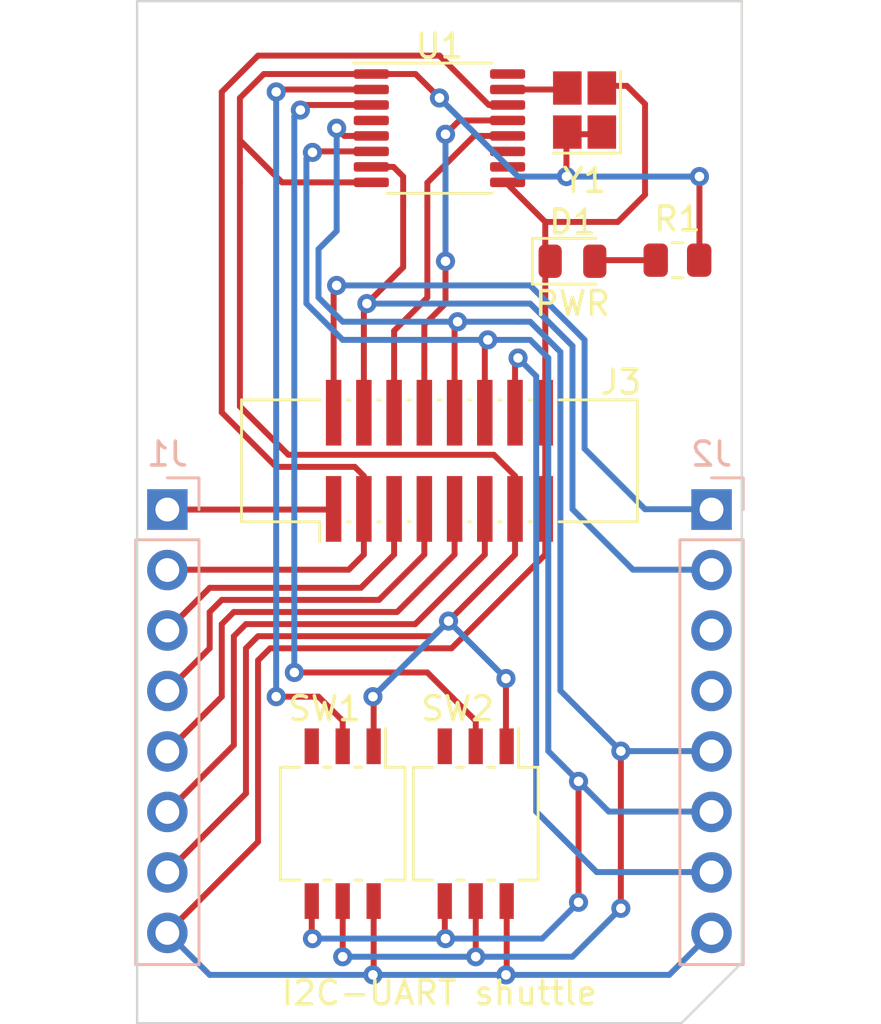
<source format=kicad_pcb>
(kicad_pcb (version 20211014) (generator pcbnew)
  (layers (0 "F.Cu" signal) (31 "B.Cu" signal) (34 "B.Paste" user) (35 "F.Paste" user) (36 "B.SilkS" user "B.Silkscreen") (37 "F.SilkS" user "F.Silkscreen") (38 "B.Mask" user) (39 "F.Mask" user) (44 "Edge.Cuts" user))
  (net 0 "")
  (net 1 "/GND")
  (net 2 "/AN")
  (net 3 "/RST")
  (net 4 "/CS")
  (net 5 "/SCK")
  (net 6 "/SDO")
  (net 7 "/SDI")
  (net 8 "/3V3")
  (net 9 "/PWM")
  (net 10 "/INT")
  (net 11 "/TX")
  (net 12 "/RX")
  (net 13 "/SCL")
  (net 14 "/SDA")
  (net 15 "/5V")
  (net 20 "Net-(SW1-PadC)")
  (net 22 "Net-(SW2-PadC)")
  (net 24 "Net-(U1-Pad15)")
  (net 25 "/isolatedTX")
  (net 26 "/isolatedRX")
  (net 27 "Net-(D1-Pad2)")
  (footprint "Button_Switch_SMD_Custom:Nidec_Copal_CS-4-14NB" (layer "F.Cu") (at 39.624 74.168 -90)
    (fp_text reference "SW2" (at -4.826 0.762) (layer "F.SilkS"))
    (fp_text value "SW_Rotary4")
    (fp_line (start -2.37 -1.8) (end -4 -1.8) (layer "F.SilkS") (width 0.12))
    (fp_line (start -2.37 -1.8) (end -2.37 -2.62) (layer "F.SilkS") (width 0.12))
    (fp_line (start 2.37 -1.8) (end 2.37 -2.62) (layer "F.SilkS") (width 0.12))
    (fp_line (start 2.37 2.62) (end 2.37 1.8) (layer "F.SilkS") (width 0.12))
    (fp_line (start 2.37 2.62) (end -2.37 2.62) (layer "F.SilkS") (width 0.12))
    (fp_line (start -2.37 0.8) (end -2.37 0.5) (layer "F.SilkS") (width 0.12))
    (fp_line (start -2.37 2.62) (end -2.37 1.8) (layer "F.SilkS") (width 0.12))
    (fp_line (start 2.37 -2.62) (end -2.37 -2.62) (layer "F.SilkS") (width 0.12))
    (fp_line (start 2.37 -0.5) (end 2.37 -0.8) (layer "F.SilkS") (width 0.12))
    (fp_line (start 2.37 0.8) (end 2.37 0.5) (layer "F.SilkS") (width 0.12))
    (fp_line (start -2.37 -0.5) (end -2.37 -0.8) (layer "F.SilkS") (width 0.12))
    (pad "1" smd rect (at -3.25 -1.3 90) (size 1.5 0.6) (layers "F.Cu" "F.Paste" "F.Mask") (net 8 "/3V3"))
    (pad "2" smd rect (at 3.25 -1.3 90) (size 1.5 0.6) (layers "F.Cu" "F.Paste" "F.Mask") (net 1 "/GND"))
    (pad "3" smd rect (at 3.25 0 90) (size 1.5 0.6) (layers "F.Cu" "F.Paste" "F.Mask") (net 13 "/SCL"))
    (pad "4" smd rect (at 3.25 1.3 90) (size 1.5 0.6) (layers "F.Cu" "F.Paste" "F.Mask") (net 14 "/SDA"))
    (pad "C" smd rect (at -3.25 0 90) (size 1.5 0.6) (layers "F.Cu" "F.Paste" "F.Mask") (net 22 "Net-(SW2-PadC)"))
    (pad "NC" smd rect (at -3.25 1.3 90) (size 1.5 0.6) (layers "F.Cu" "F.Paste" "F.Mask"))
  )
  (footprint "Button_Switch_SMD_Custom:Nidec_Copal_CS-4-14NB" (layer "F.Cu") (at 34.036 74.168 -90)
    (fp_text reference "SW1" (at -4.826 0.762) (layer "F.SilkS"))
    (fp_text value "SW_Rotary4")
    (fp_line (start 2.37 2.62) (end 2.37 1.8) (layer "F.SilkS") (width 0.12))
    (fp_line (start -2.37 0.8) (end -2.37 0.5) (layer "F.SilkS") (width 0.12))
    (fp_line (start -2.37 -1.8) (end -2.37 -2.62) (layer "F.SilkS") (width 0.12))
    (fp_line (start 2.37 -2.62) (end -2.37 -2.62) (layer "F.SilkS") (width 0.12))
    (fp_line (start 2.37 2.62) (end -2.37 2.62) (layer "F.SilkS") (width 0.12))
    (fp_line (start 2.37 -0.5) (end 2.37 -0.8) (layer "F.SilkS") (width 0.12))
    (fp_line (start -2.37 2.62) (end -2.37 1.8) (layer "F.SilkS") (width 0.12))
    (fp_line (start -2.37 -0.5) (end -2.37 -0.8) (layer "F.SilkS") (width 0.12))
    (fp_line (start -2.37 -1.8) (end -4 -1.8) (layer "F.SilkS") (width 0.12))
    (fp_line (start 2.37 0.8) (end 2.37 0.5) (layer "F.SilkS") (width 0.12))
    (fp_line (start 2.37 -1.8) (end 2.37 -2.62) (layer "F.SilkS") (width 0.12))
    (pad "1" smd rect (at -3.25 -1.3 90) (size 1.5 0.6) (layers "F.Cu" "F.Paste" "F.Mask") (net 8 "/3V3"))
    (pad "2" smd rect (at 3.25 -1.3 90) (size 1.5 0.6) (layers "F.Cu" "F.Paste" "F.Mask") (net 1 "/GND"))
    (pad "3" smd rect (at 3.25 0 90) (size 1.5 0.6) (layers "F.Cu" "F.Paste" "F.Mask") (net 13 "/SCL"))
    (pad "4" smd rect (at 3.25 1.3 90) (size 1.5 0.6) (layers "F.Cu" "F.Paste" "F.Mask") (net 14 "/SDA"))
    (pad "C" smd rect (at -3.25 0 90) (size 1.5 0.6) (layers "F.Cu" "F.Paste" "F.Mask") (net 20 "Net-(SW1-PadC)"))
    (pad "NC" smd rect (at -3.25 1.3 90) (size 1.5 0.6) (layers "F.Cu" "F.Paste" "F.Mask"))
  )
  (footprint "Package_SO:TSSOP-16_4.4x5mm_P0.65mm" (layer "F.Cu") (at 38.1 44.958)
    (fp_text reference "U1" (at 0 -3.45) (layer "F.SilkS"))
    (fp_text value "SC16IS740IPW")
    (fp_line (start 0 2.735) (end 2.2 2.735) (layer "F.SilkS") (width 0.12))
    (fp_line (start 0 -2.735) (end 2.2 -2.735) (layer "F.SilkS") (width 0.12))
    (fp_line (start 0 2.735) (end -2.2 2.735) (layer "F.SilkS") (width 0.12))
    (fp_line (start 0 -2.735) (end -3.6 -2.735) (layer "F.SilkS") (width 0.12))
    (pad "1" smd roundrect (at -2.8625 -2.275) (size 1.475 0.4) (layers "F.Cu" "F.Paste" "F.Mask") (net 8 "/3V3"))
    (pad "2" smd roundrect (at -2.8625 -1.625) (size 1.475 0.4) (layers "F.Cu" "F.Paste" "F.Mask") (net 20 "Net-(SW1-PadC)"))
    (pad "3" smd roundrect (at -2.8625 -0.975) (size 1.475 0.4) (layers "F.Cu" "F.Paste" "F.Mask") (net 22 "Net-(SW2-PadC)"))
    (pad "4" smd roundrect (at -2.8625 -0.325) (size 1.475 0.4) (layers "F.Cu" "F.Paste" "F.Mask"))
    (pad "5" smd roundrect (at -2.8625 0.325) (size 1.475 0.4) (layers "F.Cu" "F.Paste" "F.Mask") (net 13 "/SCL"))
    (pad "6" smd roundrect (at -2.8625 0.975) (size 1.475 0.4) (layers "F.Cu" "F.Paste" "F.Mask") (net 14 "/SDA"))
    (pad "7" smd roundrect (at -2.8625 1.625) (size 1.475 0.4) (layers "F.Cu" "F.Paste" "F.Mask") (net 10 "/INT"))
    (pad "8" smd roundrect (at -2.8625 2.275) (size 1.475 0.4) (layers "F.Cu" "F.Paste" "F.Mask") (net 8 "/3V3"))
    (pad "9" smd roundrect (at 2.8625 2.275) (size 1.475 0.4) (layers "F.Cu" "F.Paste" "F.Mask") (net 1 "/GND"))
    (pad "10" smd roundrect (at 2.8625 1.625) (size 1.475 0.4) (layers "F.Cu" "F.Paste" "F.Mask"))
    (pad "11" smd roundrect (at 2.8625 0.975) (size 1.475 0.4) (layers "F.Cu" "F.Paste" "F.Mask"))
    (pad "12" smd roundrect (at 2.8625 0.325) (size 1.475 0.4) (layers "F.Cu" "F.Paste" "F.Mask") (net 11 "/TX"))
    (pad "13" smd roundrect (at 2.8625 -0.325) (size 1.475 0.4) (layers "F.Cu" "F.Paste" "F.Mask") (net 12 "/RX"))
    (pad "14" smd roundrect (at 2.8625 -0.975) (size 1.475 0.4) (layers "F.Cu" "F.Paste" "F.Mask") (net 3 "/RST"))
    (pad "15" smd roundrect (at 2.8625 -1.625) (size 1.475 0.4) (layers "F.Cu" "F.Paste" "F.Mask") (net 24 "Net-(U1-Pad15)"))
    (pad "16" smd roundrect (at 2.8625 -2.275) (size 1.475 0.4) (layers "F.Cu" "F.Paste" "F.Mask"))
  )
  (footprint "Resistor_SMD:R_0805_2012Metric" (layer "F.Cu") (at 48.098 50.501 180)
    (fp_text reference "R1" (at 0 1.733) (layer "F.SilkS"))
    (fp_text value "470Ω")
    (fp_line (start -0.227064 0.735) (end 0.227064 0.735) (layer "F.SilkS") (width 0.12))
    (fp_line (start -0.227064 -0.735) (end 0.227064 -0.735) (layer "F.SilkS") (width 0.12))
    (pad "1" smd roundrect (at -0.9125 0 180) (size 1.025 1.4) (layers "F.Cu" "F.Paste" "F.Mask") (roundrect_rratio 0.243902) (net 8 "/3V3"))
    (pad "2" smd roundrect (at 0.9125 0 180) (size 1.025 1.4) (layers "F.Cu" "F.Paste" "F.Mask") (roundrect_rratio 0.243902) (net 27 "Net-(D1-Pad2)"))
  )
  (footprint "LED_SMD:LED_0805_2012Metric" (layer "F.Cu") (at 43.688 50.546)
    (fp_text reference "D1" (at 0 -1.65) (layer "F.SilkS"))
    (fp_text value "LED")
    (fp_line (start -1.685 0.96) (end 1 0.96) (layer "F.SilkS") (width 0.12))
    (fp_line (start 1 -0.96) (end -1.685 -0.96) (layer "F.SilkS") (width 0.12))
    (fp_line (start -1.685 -0.96) (end -1.685 0.96) (layer "F.SilkS") (width 0.12))
    (pad "1" smd roundrect (at -0.9375 0) (size 0.975 1.4) (layers "F.Cu" "F.Paste" "F.Mask") (net 1 "/GND"))
    (pad "2" smd roundrect (at 0.9375 0) (size 0.975 1.4) (layers "F.Cu" "F.Paste" "F.Mask") (net 27 "Net-(D1-Pad2)"))
  )
  (footprint "Oscillator_SMD_ECS:Oscillator_SMD_ECS_3225MV-xxx-xx-4Pin_3.2x2.5mm" (layer "F.Cu") (at 44.196 44.196 180)
    (fp_text reference "Y1" (at 0 -2.955 180) (layer "F.SilkS"))
    (fp_text value "1.8432MHz")
    (fp_line (start -1.51 1.625) (end -1.51 -1.81) (layer "F.SilkS") (width 0.12))
    (fp_line (start 1.325 -1.81) (end -1.51 -1.81) (layer "F.SilkS") (width 0.12))
    (pad "1" smd rect (at -0.725 -0.925 180) (size 1.2 1.4) (layers "F.Cu" "F.Paste" "F.Mask") (net 8 "/3V3"))
    (pad "2" smd rect (at -0.725 0.925 180) (size 1.2 1.4) (layers "F.Cu" "F.Paste" "F.Mask") (net 1 "/GND"))
    (pad "3" smd rect (at 0.725 0.925 180) (size 1.2 1.4) (layers "F.Cu" "F.Paste" "F.Mask") (net 24 "Net-(U1-Pad15)"))
    (pad "4" smd rect (at 0.725 -0.925 180) (size 1.2 1.4) (layers "F.Cu" "F.Paste" "F.Mask") (net 8 "/3V3"))
  )
  (footprint "Connector_PinHeader_1.27mm_LowProfile:CNC_3221-16-0300-00" (layer "F.Cu") (at 38.1 58.928)
    (fp_text reference "J3" (at 7.62 -3.302 unlocked) (layer "F.SilkS"))
    (fp_text value "Conn_02x08_Odd_Even")
    (fp_line (start 5.03 -2.56) (end 8.315 -2.56) (layer "F.SilkS") (width 0.12))
    (fp_line (start 3.76 -2.56) (end 3.86 -2.56) (layer "F.SilkS") (width 0.12))
    (fp_line (start -8.315 2.56) (end -5.03 2.56) (layer "F.SilkS") (width 0.12))
    (fp_line (start 3.76 2.56) (end 3.86 2.56) (layer "F.SilkS") (width 0.12))
    (fp_line (start -5.03 2.56) (end -5.03 3.4) (layer "F.SilkS") (width 0.12))
    (fp_line (start 1.22 -2.56) (end 1.32 -2.56) (layer "F.SilkS") (width 0.12))
    (fp_line (start 2.49 2.56) (end 2.59 2.56) (layer "F.SilkS") (width 0.12))
    (fp_line (start 2.49 -2.56) (end 2.59 -2.56) (layer "F.SilkS") (width 0.12))
    (fp_line (start -1.32 -2.56) (end -1.22 -2.56) (layer "F.SilkS") (width 0.12))
    (fp_line (start -8.315 -2.56) (end -5.03 -2.56) (layer "F.SilkS") (width 0.12))
    (fp_line (start -2.59 2.56) (end -2.49 2.56) (layer "F.SilkS") (width 0.12))
    (fp_line (start -3.86 -2.56) (end -3.76 -2.56) (layer "F.SilkS") (width 0.12))
    (fp_line (start 8.315 -2.56) (end 8.315 2.56) (layer "F.SilkS") (width 0.12))
    (fp_line (start 5.03 2.56) (end 8.315 2.56) (layer "F.SilkS") (width 0.12))
    (fp_line (start 1.22 2.56) (end 1.32 2.56) (layer "F.SilkS") (width 0.12))
    (fp_line (start -0.05 -2.56) (end 0.05 -2.56) (layer "F.SilkS") (width 0.12))
    (fp_line (start -3.86 2.56) (end -3.76 2.56) (layer "F.SilkS") (width 0.12))
    (fp_line (start -8.315 -2.56) (end -8.315 2.56) (layer "F.SilkS") (width 0.12))
    (fp_line (start -1.32 2.56) (end -1.22 2.56) (layer "F.SilkS") (width 0.12))
    (fp_line (start -2.59 -2.56) (end -2.49 -2.56) (layer "F.SilkS") (width 0.12))
    (pad "1" smd rect (at -4.445 2.02) (size 0.65 2.76) (layers "F.Cu" "F.Paste" "F.Mask") (net 2 "/AN"))
    (pad "2" smd rect (at -4.445 -2.02) (size 0.65 2.76) (layers "F.Cu" "F.Paste" "F.Mask") (net 9 "/PWM"))
    (pad "3" smd rect (at -3.175 2.02) (size 0.65 2.76) (layers "F.Cu" "F.Paste" "F.Mask") (net 3 "/RST"))
    (pad "4" smd rect (at -3.175 -2.02) (size 0.65 2.76) (layers "F.Cu" "F.Paste" "F.Mask") (net 10 "/INT"))
    (pad "5" smd rect (at -1.905 2.02) (size 0.65 2.76) (layers "F.Cu" "F.Paste" "F.Mask") (net 4 "/CS"))
    (pad "6" smd rect (at -1.905 -2.02) (size 0.65 2.76) (layers "F.Cu" "F.Paste" "F.Mask") (net 11 "/TX"))
    (pad "7" smd rect (at -0.635 2.02) (size 0.65 2.76) (layers "F.Cu" "F.Paste" "F.Mask") (net 5 "/SCK"))
    (pad "8" smd rect (at -0.635 -2.02) (size 0.65 2.76) (layers "F.Cu" "F.Paste" "F.Mask") (net 12 "/RX"))
    (pad "9" smd rect (at 0.635 2.02) (size 0.65 2.76) (layers "F.Cu" "F.Paste" "F.Mask") (net 6 "/SDO"))
    (pad "10" smd rect (at 0.635 -2.02) (size 0.65 2.76) (layers "F.Cu" "F.Paste" "F.Mask") (net 13 "/SCL"))
    (pad "11" smd rect (at 1.905 2.02) (size 0.65 2.76) (layers "F.Cu" "F.Paste" "F.Mask") (net 7 "/SDI"))
    (pad "12" smd rect (at 1.905 -2.02) (size 0.65 2.76) (layers "F.Cu" "F.Paste" "F.Mask") (net 14 "/SDA"))
    (pad "13" smd rect (at 3.175 2.02) (size 0.65 2.76) (layers "F.Cu" "F.Paste" "F.Mask") (net 8 "/3V3"))
    (pad "14" smd rect (at 3.175 -2.02) (size 0.65 2.76) (layers "F.Cu" "F.Paste" "F.Mask") (net 15 "/5V"))
    (pad "15" smd rect (at 4.445 2.02) (size 0.65 2.76) (layers "F.Cu" "F.Paste" "F.Mask") (net 1 "/GND"))
    (pad "16" smd rect (at 4.445 -2.02) (size 0.65 2.76) (layers "F.Cu" "F.Paste" "F.Mask") (net 1 "/GND"))
  )
  (footprint "Connector_PinHeader_2.54mm:PinHeader_1x08_P2.54mm_Vertical" (layer "B.Cu") (at 49.53 60.975011 180)
    (fp_text reference "J2" (at 0 2.33) (layer "B.SilkS") (effects (justify mirror)))
    (fp_text value "mikroBUS_Board_R")
    (fp_line (start -1.33 -1.27) (end 1.33 -1.27) (layer "B.SilkS") (width 0.12))
    (fp_line (start -1.33 0) (end -1.33 1.33) (layer "B.SilkS") (width 0.12))
    (fp_line (start -1.33 -1.27) (end -1.33 -19.11) (layer "B.SilkS") (width 0.12))
    (fp_line (start -1.33 1.33) (end 0 1.33) (layer "B.SilkS") (width 0.12))
    (fp_line (start 1.33 -1.27) (end 1.33 -19.11) (layer "B.SilkS") (width 0.12))
    (fp_line (start -1.33 -19.11) (end 1.33 -19.11) (layer "B.SilkS") (width 0.12))
    (pad "1" thru_hole rect (at 0 0 180) (size 1.7 1.7) (drill 1) (layers *.Cu *.Mask) (net 9 "/PWM"))
    (pad "2" thru_hole oval (at 0 -2.54 180) (size 1.7 1.7) (drill 1) (layers *.Cu *.Mask) (net 10 "/INT"))
    (pad "3" thru_hole oval (at 0 -5.08 180) (size 1.7 1.7) (drill 1) (layers *.Cu *.Mask) (net 25 "/isolatedTX"))
    (pad "4" thru_hole oval (at 0 -7.62 180) (size 1.7 1.7) (drill 1) (layers *.Cu *.Mask) (net 26 "/isolatedRX"))
    (pad "5" thru_hole oval (at 0 -10.16 180) (size 1.7 1.7) (drill 1) (layers *.Cu *.Mask) (net 13 "/SCL"))
    (pad "6" thru_hole oval (at 0 -12.7 180) (size 1.7 1.7) (drill 1) (layers *.Cu *.Mask) (net 14 "/SDA"))
    (pad "7" thru_hole oval (at 0 -15.24 180) (size 1.7 1.7) (drill 1) (layers *.Cu *.Mask) (net 15 "/5V"))
    (pad "8" thru_hole oval (at 0 -17.78 180) (size 1.7 1.7) (drill 1) (layers *.Cu *.Mask) (net 1 "/GND"))
  )
  (footprint "Connector_PinHeader_2.54mm:PinHeader_1x08_P2.54mm_Vertical" (layer "B.Cu") (at 26.67 60.975011 180)
    (fp_text reference "J1" (at 0 2.33) (layer "B.SilkS") (effects (justify mirror)))
    (fp_text value "mikroBUS_Board_L")
    (fp_line (start -1.33 1.33) (end 0 1.33) (layer "B.SilkS") (width 0.12))
    (fp_line (start 1.33 -1.27) (end 1.33 -19.11) (layer "B.SilkS") (width 0.12))
    (fp_line (start -1.33 -19.11) (end 1.33 -19.11) (layer "B.SilkS") (width 0.12))
    (fp_line (start -1.33 -1.27) (end -1.33 -19.11) (layer "B.SilkS") (width 0.12))
    (fp_line (start -1.33 0) (end -1.33 1.33) (layer "B.SilkS") (width 0.12))
    (fp_line (start -1.33 -1.27) (end 1.33 -1.27) (layer "B.SilkS") (width 0.12))
    (pad "1" thru_hole rect (at 0 0 180) (size 1.7 1.7) (drill 1) (layers *.Cu *.Mask) (net 2 "/AN"))
    (pad "2" thru_hole oval (at 0 -2.54 180) (size 1.7 1.7) (drill 1) (layers *.Cu *.Mask) (net 3 "/RST"))
    (pad "3" thru_hole oval (at 0 -5.08 180) (size 1.7 1.7) (drill 1) (layers *.Cu *.Mask) (net 4 "/CS"))
    (pad "4" thru_hole oval (at 0 -7.62 180) (size 1.7 1.7) (drill 1) (layers *.Cu *.Mask) (net 5 "/SCK"))
    (pad "5" thru_hole oval (at 0 -10.16 180) (size 1.7 1.7) (drill 1) (layers *.Cu *.Mask) (net 6 "/SDO"))
    (pad "6" thru_hole oval (at 0 -12.7 180) (size 1.7 1.7) (drill 1) (layers *.Cu *.Mask) (net 7 "/SDI"))
    (pad "7" thru_hole oval (at 0 -15.24 180) (size 1.7 1.7) (drill 1) (layers *.Cu *.Mask) (net 8 "/3V3"))
    (pad "8" thru_hole oval (at 0 -17.78 180) (size 1.7 1.7) (drill 1) (layers *.Cu *.Mask) (net 1 "/GND"))
  )
  (gr_line (start 25.4 39.624) (end 25.4 82.55) (layer "Edge.Cuts") (width 0.1))
  (gr_line (start 25.4 39.624) (end 50.8 39.624) (layer "Edge.Cuts") (width 0.1))
  (gr_line (start 48.26 82.55) (end 50.8 80.01) (layer "Edge.Cuts") (width 0.1))
  (gr_line (start 50.8 39.624) (end 50.8 80.01) (layer "Edge.Cuts") (width 0.1))
  (gr_line (start 25.4 82.55) (end 48.26 82.55) (layer "Edge.Cuts") (width 0.1))
  (gr_text "I2C-UART shuttle" (at 38.1 81.28) (layer "F.SilkS") (effects (font (size 1 1))))
  (gr_text "PWR" (at 43.688 52.324) (layer "F.SilkS") (effects (font (size 1 1))))
  (segment (start 42.545 56.92) (end 42.545 60.833) (width 0.25) (layer "F.Cu") (net 1))
  (segment (start 38.608 66.802) (end 30.988 66.802) (width 0.25) (layer "F.Cu") (net 1))
  (segment (start 30.48 74.93) (end 26.67 78.74) (width 0.25) (layer "F.Cu") (net 1))
  (segment (start 35.336 77.672) (end 35.336 80.488) (width 0.25) (layer "F.Cu") (net 1))
  (segment (start 40.924 77.672) (end 40.924 80.488) (width 0.25) (layer "F.Cu") (net 1))
  (segment (start 42.545 48.895) (end 42.545 56.92) (width 0.25) (layer "F.Cu") (net 1))
  (segment (start 40.924 80.488) (end 40.894 80.518) (width 0.25) (layer "F.Cu") (net 1))
  (segment (start 45.593 48.895) (end 46.736 47.752) (width 0.25) (layer "F.Cu") (net 1))
  (segment (start 42.545 48.895) (end 45.593 48.895) (width 0.25) (layer "F.Cu") (net 1))
  (segment (start 42.545 48.895) (end 40.894 47.244) (width 0.25) (layer "F.Cu") (net 1))
  (segment (start 42.545 60.833) (end 42.672 60.96) (width 0.25) (layer "F.Cu") (net 1))
  (segment (start 30.988 66.802) (end 30.48 67.31) (width 0.25) (layer "F.Cu") (net 1))
  (segment (start 42.545 60.96) (end 42.545 62.865) (width 0.25) (layer "F.Cu") (net 1))
  (segment (start 42.545 62.865) (end 38.608 66.802) (width 0.25) (layer "F.Cu") (net 1))
  (segment (start 45.974 43.18) (end 44.704 43.18) (width 0.25) (layer "F.Cu") (net 1))
  (segment (start 30.48 67.31) (end 30.48 74.93) (width 0.25) (layer "F.Cu") (net 1))
  (segment (start 46.736 43.942) (end 45.974 43.18) (width 0.25) (layer "F.Cu") (net 1))
  (segment (start 46.736 47.752) (end 46.736 43.942) (width 0.25) (layer "F.Cu") (net 1))
  (segment (start 35.336 80.488) (end 35.306 80.518) (width 0.25) (layer "F.Cu") (net 1))
  (via (at 40.894 80.518) (size 0.8) (drill 0.4) (layers "F.Cu" "B.Cu") (net 1))
  (via (at 35.306 80.518) (size 0.8) (drill 0.4) (layers "F.Cu" "B.Cu") (net 1))
  (segment (start 35.306 80.518) (end 40.894 80.518) (width 0.25) (layer "B.Cu") (net 1))
  (segment (start 40.894 80.518) (end 47.752 80.518) (width 0.25) (layer "B.Cu") (net 1))
  (segment (start 26.685011 78.755011) (end 26.67 78.74) (width 0.25) (layer "B.Cu") (net 1))
  (segment (start 47.752 80.518) (end 49.53 78.74) (width 0.25) (layer "B.Cu") (net 1))
  (segment (start 26.685011 78.755011) (end 28.448 80.518) (width 0.25) (layer "B.Cu") (net 1))
  (segment (start 28.448 80.518) (end 35.306 80.518) (width 0.25) (layer "B.Cu") (net 1))
  (segment (start 26.67 78.755011) (end 26.685011 78.755011) (width 0.25) (layer "B.Cu") (net 1))
  (segment (start 33.512989 60.975011) (end 33.528 60.96) (width 0.25) (layer "F.Cu") (net 2))
  (segment (start 26.67 60.975011) (end 33.512989 60.975011) (width 0.25) (layer "F.Cu") (net 2))
  (segment (start 34.925 59.563) (end 34.925 60.96) (width 0.25) (layer "F.Cu") (net 3))
  (segment (start 38.1 41.91) (end 30.48 41.91) (width 0.25) (layer "F.Cu") (net 3))
  (segment (start 40.9625 43.983) (end 40.173 43.983) (width 0.25) (layer "F.Cu") (net 3))
  (segment (start 40.173 43.983) (end 38.1 41.91) (width 0.25) (layer "F.Cu") (net 3))
  (segment (start 34.925 62.865) (end 34.29 63.5) (width 0.25) (layer "F.Cu") (net 3))
  (segment (start 34.544 59.182) (end 34.925 59.563) (width 0.25) (layer "F.Cu") (net 3))
  (segment (start 34.925 60.96) (end 34.925 62.865) (width 0.25) (layer "F.Cu") (net 3))
  (segment (start 28.956 43.434) (end 28.956 56.896) (width 0.25) (layer "F.Cu") (net 3))
  (segment (start 31.242 59.182) (end 34.544 59.182) (width 0.25) (layer "F.Cu") (net 3))
  (segment (start 28.956 56.896) (end 31.242 59.182) (width 0.25) (layer "F.Cu") (net 3))
  (segment (start 30.48 41.91) (end 28.956 43.434) (width 0.25) (layer "F.Cu") (net 3))
  (segment (start 34.29 63.5) (end 26.67 63.5) (width 0.25) (layer "F.Cu") (net 3))
  (segment (start 28.448 64.262) (end 26.67 66.04) (width 0.25) (layer "F.Cu") (net 4))
  (segment (start 36.195 62.865) (end 34.798 64.262) (width 0.25) (layer "F.Cu") (net 4))
  (segment (start 34.798 64.262) (end 28.448 64.262) (width 0.25) (layer "F.Cu") (net 4))
  (segment (start 36.195 60.96) (end 36.195 62.865) (width 0.25) (layer "F.Cu") (net 4))
  (segment (start 28.448 66.802) (end 26.67 68.58) (width 0.25) (layer "F.Cu") (net 5))
  (segment (start 37.465 60.96) (end 37.465 62.865) (width 0.25) (layer "F.Cu") (net 5))
  (segment (start 35.56 64.77) (end 34.798 64.77) (width 0.25) (layer "F.Cu") (net 5))
  (segment (start 28.956 64.77) (end 28.448 65.278) (width 0.25) (layer "F.Cu") (net 5))
  (segment (start 34.798 64.77) (end 28.956 64.77) (width 0.25) (layer "F.Cu") (net 5))
  (segment (start 37.465 62.865) (end 35.56 64.77) (width 0.25) (layer "F.Cu") (net 5))
  (segment (start 28.448 65.278) (end 28.448 66.802) (width 0.25) (layer "F.Cu") (net 5))
  (segment (start 28.956 68.834) (end 28.956 65.786) (width 0.25) (layer "F.Cu") (net 6))
  (segment (start 29.464 65.278) (end 36.322 65.278) (width 0.25) (layer "F.Cu") (net 6))
  (segment (start 38.735 62.865) (end 38.735 60.96) (width 0.25) (layer "F.Cu") (net 6))
  (segment (start 26.67 71.12) (end 28.956 68.834) (width 0.25) (layer "F.Cu") (net 6))
  (segment (start 36.322 65.278) (end 38.735 62.865) (width 0.25) (layer "F.Cu") (net 6))
  (segment (start 28.956 65.786) (end 29.464 65.278) (width 0.25) (layer "F.Cu") (net 6))
  (segment (start 29.972 65.786) (end 29.464 66.294) (width 0.25) (layer "F.Cu") (net 7))
  (segment (start 40.005 62.865) (end 37.084 65.786) (width 0.25) (layer "F.Cu") (net 7))
  (segment (start 37.084 65.786) (end 29.972 65.786) (width 0.25) (layer "F.Cu") (net 7))
  (segment (start 40.005 60.96) (end 40.005 62.865) (width 0.25) (layer "F.Cu") (net 7))
  (segment (start 29.464 66.294) (end 29.464 70.866) (width 0.25) (layer "F.Cu") (net 7))
  (segment (start 29.464 70.866) (end 26.67 73.66) (width 0.25) (layer "F.Cu") (net 7))
  (segment (start 49.022 46.99) (end 49.022 50.546) (width 0.25) (layer "F.Cu") (net 8))
  (segment (start 29.972 72.898) (end 26.67 76.2) (width 0.25) (layer "F.Cu") (net 8))
  (segment (start 37.095 42.683) (end 38.1 43.688) (width 0.25) (layer "F.Cu") (net 8))
  (segment (start 31.75 58.674) (end 40.386 58.674) (width 0.25) (layer "F.Cu") (net 8))
  (segment (start 41.275 60.96) (end 41.275 59.563) (width 0.25) (layer "F.Cu") (net 8))
  (segment (start 41.275 60.96) (end 41.275 62.865) (width 0.25) (layer "F.Cu") (net 8))
  (segment (start 41.275 62.865) (end 38.481 65.659) (width 0.25) (layer "F.Cu") (net 8))
  (segment (start 35.336 70.918) (end 35.336 68.864) (width 0.25) (layer "F.Cu") (net 8))
  (segment (start 30.723 42.683) (end 29.718 43.688) (width 0.25) (layer "F.Cu") (net 8))
  (segment (start 29.718 43.688) (end 29.718 45.466) (width 0.25) (layer "F.Cu") (net 8))
  (segment (start 43.434 45.72) (end 43.942 45.212) (width 0.25) (layer "F.Cu") (net 8))
  (segment (start 35.2375 42.683) (end 30.723 42.683) (width 0.25) (layer "F.Cu") (net 8))
  (segment (start 31.485 47.233) (end 29.718 45.466) (width 0.25) (layer "F.Cu") (net 8))
  (segment (start 35.2375 47.233) (end 31.485 47.233) (width 0.25) (layer "F.Cu") (net 8))
  (segment (start 38.481 65.659) (end 37.846 66.294) (width 0.25) (layer "F.Cu") (net 8))
  (segment (start 37.846 66.294) (end 30.48 66.294) (width 0.25) (layer "F.Cu") (net 8))
  (segment (start 29.972 66.802) (end 29.972 72.898) (width 0.25) (layer "F.Cu") (net 8))
  (segment (start 40.894 68.072) (end 40.894 70.866) (width 0.25) (layer "F.Cu") (net 8))
  (segment (start 29.718 47.244) (end 29.718 56.642) (width 0.25) (layer "F.Cu") (net 8))
  (segment (start 29.718 45.466) (end 29.718 47.244) (width 0.25) (layer "F.Cu") (net 8))
  (segment (start 35.336 68.864) (end 35.306 68.834) (width 0.25) (layer "F.Cu") (net 8))
  (segment (start 41.275 59.563) (end 40.386 58.674) (width 0.25) (layer "F.Cu") (net 8))
  (segment (start 35.2375 42.683) (end 37.095 42.683) (width 0.25) (layer "F.Cu") (net 8))
  (segment (start 29.718 56.642) (end 31.75 58.674) (width 0.25) (layer "F.Cu") (net 8))
  (segment (start 30.48 66.294) (end 29.972 66.802) (width 0.25) (layer "F.Cu") (net 8))
  (segment (start 43.942 45.212) (end 44.958 45.212) (width 0.25) (layer "F.Cu") (net 8))
  (segment (start 43.434 46.99) (end 43.434 45.72) (width 0.25) (layer "F.Cu") (net 8))
  (via (at 38.481 65.659) (size 0.8) (drill 0.4) (layers "F.Cu" "B.Cu") (net 8))
  (via (at 38.1 43.688) (size 0.8) (drill 0.4) (layers "F.Cu" "B.Cu") (net 8))
  (via (at 35.306 68.834) (size 0.8) (drill 0.4) (layers "F.Cu" "B.Cu") (net 8))
  (via (at 43.434 46.99) (size 0.8) (drill 0.4) (layers "F.Cu" "B.Cu") (net 8))
  (via (at 49.022 46.99) (size 0.8) (drill 0.4) (layers "F.Cu" "B.Cu") (net 8))
  (via (at 40.894 68.072) (size 0.8) (drill 0.4) (layers "F.Cu" "B.Cu") (net 8))
  (segment (start 38.481 65.659) (end 40.894 68.072) (width 0.25) (layer "B.Cu") (net 8))
  (segment (start 35.306 68.834) (end 38.481 65.659) (width 0.25) (layer "B.Cu") (net 8))
  (segment (start 43.434 46.99) (end 49.022 46.99) (width 0.25) (layer "B.Cu") (net 8))
  (segment (start 41.402 46.99) (end 43.434 46.99) (width 0.25) (layer "B.Cu") (net 8))
  (segment (start 38.1 43.688) (end 41.402 46.99) (width 0.25) (layer "B.Cu") (net 8))
  (segment (start 33.655 56.92) (end 33.655 51.689) (width 0.25) (layer "F.Cu") (net 9))
  (segment (start 33.655 51.689) (end 33.782 51.562) (width 0.25) (layer "F.Cu") (net 9))
  (via (at 33.782 51.562) (size 0.8) (drill 0.4) (layers "F.Cu" "B.Cu") (net 9))
  (segment (start 46.736 60.96) (end 49.53 60.96) (width 0.25) (layer "B.Cu") (net 9))
  (segment (start 33.782 51.562) (end 41.148 51.562) (width 0.25) (layer "B.Cu") (net 9))
  (segment (start 41.148 51.562) (end 41.91 51.562) (width 0.25) (layer "B.Cu") (net 9))
  (segment (start 44.196 58.42) (end 46.736 60.96) (width 0.25) (layer "B.Cu") (net 9))
  (segment (start 41.91 51.562) (end 44.196 53.848) (width 0.25) (layer "B.Cu") (net 9))
  (segment (start 44.196 53.848) (end 44.196 58.42) (width 0.25) (layer "B.Cu") (net 9))
  (segment (start 34.925 56.92) (end 34.925 52.451) (width 0.25) (layer "F.Cu") (net 10))
  (segment (start 36.576 50.8) (end 35.052 52.324) (width 0.25) (layer "F.Cu") (net 10))
  (segment (start 36.576 46.99) (end 36.576 50.8) (width 0.25) (layer "F.Cu") (net 10))
  (segment (start 34.925 52.451) (end 35.052 52.324) (width 0.25) (layer "F.Cu") (net 10))
  (segment (start 36.169 46.583) (end 36.576 46.99) (width 0.25) (layer "F.Cu") (net 10))
  (segment (start 35.2375 46.583) (end 36.169 46.583) (width 0.25) (layer "F.Cu") (net 10))
  (via (at 35.052 52.324) (size 0.8) (drill 0.4) (layers "F.Cu" "B.Cu") (net 10))
  (segment (start 43.688 54.102) (end 43.688 60.96) (width 0.25) (layer "B.Cu") (net 10))
  (segment (start 46.228 63.5) (end 49.53 63.5) (width 0.25) (layer "B.Cu") (net 10))
  (segment (start 43.688 60.96) (end 46.228 63.5) (width 0.25) (layer "B.Cu") (net 10))
  (segment (start 35.052 52.324) (end 41.91 52.324) (width 0.25) (layer "B.Cu") (net 10))
  (segment (start 41.91 52.324) (end 43.688 54.102) (width 0.25) (layer "B.Cu") (net 10))
  (segment (start 39.553 45.283) (end 37.592 47.244) (width 0.25) (layer "F.Cu") (net 11))
  (segment (start 40.9625 45.283) (end 39.553 45.283) (width 0.25) (layer "F.Cu") (net 11))
  (segment (start 36.195 53.467) (end 36.195 56.92) (width 0.25) (layer "F.Cu") (net 11))
  (segment (start 37.592 47.244) (end 37.592 52.07) (width 0.25) (layer "F.Cu") (net 11))
  (segment (start 37.592 52.07) (end 36.195 53.467) (width 0.25) (layer "F.Cu") (net 11))
  (segment (start 38.354 50.546) (end 38.354 52.324) (width 0.25) (layer "F.Cu") (net 12))
  (segment (start 38.933 44.633) (end 38.354 45.212) (width 0.25) (layer "F.Cu") (net 12))
  (segment (start 40.9625 44.633) (end 38.933 44.633) (width 0.25) (layer "F.Cu") (net 12))
  (segment (start 37.465 53.213) (end 38.354 52.324) (width 0.25) (layer "F.Cu") (net 12))
  (segment (start 37.465 56.92) (end 37.465 53.213) (width 0.25) (layer "F.Cu") (net 12))
  (via (at 38.354 45.212) (size 0.8) (drill 0.4) (layers "F.Cu" "B.Cu") (net 12))
  (via (at 38.354 50.546) (size 0.8) (drill 0.4) (layers "F.Cu" "B.Cu") (net 12))
  (segment (start 38.354 45.212) (end 38.354 50.546) (width 0.25) (layer "B.Cu") (net 12))
  (segment (start 45.72 71.12) (end 45.72 77.724) (width 0.25) (layer "F.Cu") (net 13))
  (segment (start 39.624 77.672) (end 39.624 79.756) (width 0.25) (layer "F.Cu") (net 13))
  (segment (start 34.036 77.418) (end 34.036 79.756) (width 0.25) (layer "F.Cu") (net 13))
  (segment (start 38.735 56.92) (end 38.735 53.213) (width 0.25) (layer "F.Cu") (net 13))
  (segment (start 35.2375 45.283) (end 34.107 45.283) (width 0.25) (layer "F.Cu") (net 13))
  (segment (start 38.735 53.213) (end 38.862 53.086) (width 0.25) (layer "F.Cu") (net 13))
  (segment (start 34.107 45.283) (end 33.782 44.958) (width 0.25) (layer "F.Cu") (net 13))
  (via (at 38.862 53.086) (size 0.8) (drill 0.4) (layers "F.Cu" "B.Cu") (net 13))
  (via (at 34.036 79.756) (size 0.8) (drill 0.4) (layers "F.Cu" "B.Cu") (net 13))
  (via (at 33.782 44.958) (size 0.8) (drill 0.4) (layers "F.Cu" "B.Cu") (net 13))
  (via (at 39.624 79.756) (size 0.8) (drill 0.4) (layers "F.Cu" "B.Cu") (net 13))
  (via (at 45.72 77.724) (size 0.8) (drill 0.4) (layers "F.Cu" "B.Cu") (net 13))
  (via (at 45.72 71.12) (size 0.8) (drill 0.4) (layers "F.Cu" "B.Cu") (net 13))
  (segment (start 45.72 71.12) (end 49.53 71.12) (width 0.25) (layer "B.Cu") (net 13))
  (segment (start 38.862 53.086) (end 41.402 53.086) (width 0.25) (layer "B.Cu") (net 13))
  (segment (start 45.72 77.724) (end 43.688 79.756) (width 0.25) (layer "B.Cu") (net 13))
  (segment (start 41.402 53.086) (end 41.91 53.086) (width 0.25) (layer "B.Cu") (net 13))
  (segment (start 43.18 68.58) (end 45.72 71.12) (width 0.25) (layer "B.Cu") (net 13))
  (segment (start 34.036 79.756) (end 39.624 79.756) (width 0.25) (layer "B.Cu") (net 13))
  (segment (start 33.02 52.07) (end 34.036 53.086) (width 0.25) (layer "B.Cu") (net 13))
  (segment (start 33.782 49.276) (end 33.02 50.038) (width 0.25) (layer "B.Cu") (net 13))
  (segment (start 34.036 53.086) (end 38.862 53.086) (width 0.25) (layer "B.Cu") (net 13))
  (segment (start 33.782 44.958) (end 33.782 49.276) (width 0.25) (layer "B.Cu") (net 13))
  (segment (start 41.91 53.086) (end 43.18 54.356) (width 0.25) (layer "B.Cu") (net 13))
  (segment (start 39.624 79.756) (end 43.688 79.756) (width 0.25) (layer "B.Cu") (net 13))
  (segment (start 43.18 54.356) (end 43.18 68.58) (width 0.25) (layer "B.Cu") (net 13))
  (segment (start 33.02 50.038) (end 33.02 52.07) (width 0.25) (layer "B.Cu") (net 13))
  (segment (start 32.736 78.964) (end 32.766 78.994) (width 0.25) (layer "F.Cu") (net 14))
  (segment (start 32.807 45.933) (end 32.766 45.974) (width 0.25) (layer "F.Cu") (net 14))
  (segment (start 38.324 78.964) (end 38.354 78.994) (width 0.25) (layer "F.Cu") (net 14))
  (segment (start 32.736 77.418) (end 32.736 78.964) (width 0.25) (layer "F.Cu") (net 14))
  (segment (start 38.324 77.672) (end 38.324 78.964) (width 0.25) (layer "F.Cu") (net 14))
  (segment (start 40.005 56.92) (end 40.005 53.975) (width 0.25) (layer "F.Cu") (net 14))
  (segment (start 40.005 53.975) (end 40.132 53.848) (width 0.25) (layer "F.Cu") (net 14))
  (segment (start 35.2375 45.933) (end 32.807 45.933) (width 0.25) (layer "F.Cu") (net 14))
  (segment (start 43.942 77.47) (end 43.942 72.39) (width 0.25) (layer "F.Cu") (net 14))
  (via (at 43.942 72.39) (size 0.8) (drill 0.4) (layers "F.Cu" "B.Cu") (net 14))
  (via (at 38.354 78.994) (size 0.8) (drill 0.4) (layers "F.Cu" "B.Cu") (net 14))
  (via (at 40.132 53.848) (size 0.8) (drill 0.4) (layers "F.Cu" "B.Cu") (net 14))
  (via (at 32.766 78.994) (size 0.8) (drill 0.4) (layers "F.Cu" "B.Cu") (net 14))
  (via (at 32.766 45.974) (size 0.8) (drill 0.4) (layers "F.Cu" "B.Cu") (net 14))
  (via (at 43.942 77.47) (size 0.8) (drill 0.4) (layers "F.Cu" "B.Cu") (net 14))
  (segment (start 38.354 78.994) (end 42.418 78.994) (width 0.25) (layer "B.Cu") (net 14))
  (segment (start 42.672 71.12) (end 43.942 72.39) (width 0.25) (layer "B.Cu") (net 14))
  (segment (start 42.672 54.61) (end 42.672 71.12) (width 0.25) (layer "B.Cu") (net 14))
  (segment (start 42.418 78.994) (end 43.942 77.47) (width 0.25) (layer "B.Cu") (net 14))
  (segment (start 40.132 53.848) (end 34.036 53.848) (width 0.25) (layer "B.Cu") (net 14))
  (segment (start 32.512 46.228) (end 32.766 45.974) (width 0.25) (layer "B.Cu") (net 14))
  (segment (start 32.512 52.324) (end 32.512 46.228) (width 0.25) (layer "B.Cu") (net 14))
  (segment (start 43.942 72.39) (end 45.212 73.66) (width 0.25) (layer "B.Cu") (net 14))
  (segment (start 40.132 53.848) (end 41.91 53.848) (width 0.25) (layer "B.Cu") (net 14))
  (segment (start 45.212 73.66) (end 49.53 73.66) (width 0.25) (layer "B.Cu") (net 14))
  (segment (start 32.766 78.994) (end 38.354 78.994) (width 0.25) (layer "B.Cu") (net 14))
  (segment (start 34.036 53.848) (end 32.512 52.324) (width 0.25) (layer "B.Cu") (net 14))
  (segment (start 41.91 53.848) (end 42.672 54.61) (width 0.25) (layer "B.Cu") (net 14))
  (segment (start 41.275 56.92) (end 41.275 54.737) (width 0.25) (layer "F.Cu") (net 15))
  (segment (start 41.275 54.737) (end 41.402 54.61) (width 0.25) (layer "F.Cu") (net 15))
  (via (at 41.402 54.61) (size 0.8) (drill 0.4) (layers "F.Cu" "B.Cu") (net 15))
  (segment (start 42.164 55.372) (end 42.164 73.66) (width 0.25) (layer "B.Cu") (net 15))
  (segment (start 44.704 76.2) (end 45.72 76.2) (width 0.25) (layer "B.Cu") (net 15))
  (segment (start 45.72 76.2) (end 49.53 76.2) (width 0.25) (layer "B.Cu") (net 15))
  (segment (start 41.402 54.61) (end 42.164 55.372) (width 0.25) (layer "B.Cu") (net 15))
  (segment (start 42.164 73.66) (end 44.704 76.2) (width 0.25) (layer "B.Cu") (net 15))
  (segment (start 33.02 68.834) (end 34.036 69.85) (width 0.25) (layer "F.Cu") (net 20))
  (segment (start 31.242 68.834) (end 33.02 68.834) (width 0.25) (layer "F.Cu") (net 20))
  (segment (start 35.2375 43.333) (end 31.343 43.333) (width 0.25) (layer "F.Cu") (net 20))
  (segment (start 31.343 43.333) (end 31.242 43.434) (width 0.25) (layer "F.Cu") (net 20))
  (segment (start 34.036 69.85) (end 34.036 70.918) (width 0.25) (layer "F.Cu") (net 20))
  (via (at 31.242 68.834) (size 0.8) (drill 0.4) (layers "F.Cu" "B.Cu") (net 20))
  (via (at 31.242 43.434) (size 0.8) (drill 0.4) (layers "F.Cu" "B.Cu") (net 20))
  (segment (start 31.242 68.834) (end 31.242 43.434) (width 0.25) (layer "B.Cu") (net 20))
  (segment (start 35.2375 43.983) (end 32.471 43.983) (width 0.25) (layer "F.Cu") (net 22))
  (segment (start 39.624 70.918) (end 39.624 69.85) (width 0.25) (layer "F.Cu") (net 22))
  (segment (start 32.471 43.983) (end 32.258 44.196) (width 0.25) (layer "F.Cu") (net 22))
  (segment (start 39.624 69.85) (end 37.592 67.818) (width 0.25) (layer "F.Cu") (net 22))
  (segment (start 32.258 44.196) (end 32.512 44.196) (width 0.25) (layer "F.Cu") (net 22))
  (segment (start 37.592 67.818) (end 32.004 67.818) (width 0.25) (layer "F.Cu") (net 22))
  (via (at 32.004 67.818) (size 0.8) (drill 0.4) (layers "F.Cu" "B.Cu") (net 22))
  (via (at 32.258 44.196) (size 0.8) (drill 0.4) (layers "F.Cu" "B.Cu") (net 22))
  (segment (start 32.004 44.45) (end 32.258 44.196) (width 0.25) (layer "B.Cu") (net 22))
  (segment (start 32.004 67.818) (end 32.004 44.45) (width 0.25) (layer "B.Cu") (net 22))
  (segment (start 40.9625 43.333) (end 43.281 43.333) (width 0.25) (layer "F.Cu") (net 24))
  (segment (start 43.281 43.333) (end 43.434 43.18) (width 0.25) (layer "F.Cu") (net 24))
  (segment (start 44.749 50.501) (end 44.704 50.546) (width 0.25) (layer "F.Cu") (net 27))
  (segment (start 47.1855 50.501) (end 44.749 50.501) (width 0.25) (layer "F.Cu") (net 27))
)
</source>
